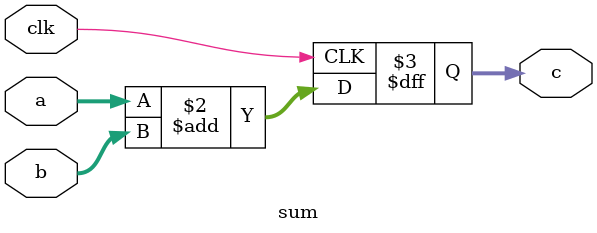
<source format=sv>
`timescale 1ns / 1ps

module sum(
    input clk,
    input [7:0] a, b,
    output logic [8:0] c
    );
    
    always_ff @(posedge clk)
        c <= a + b;
    
endmodule

</source>
